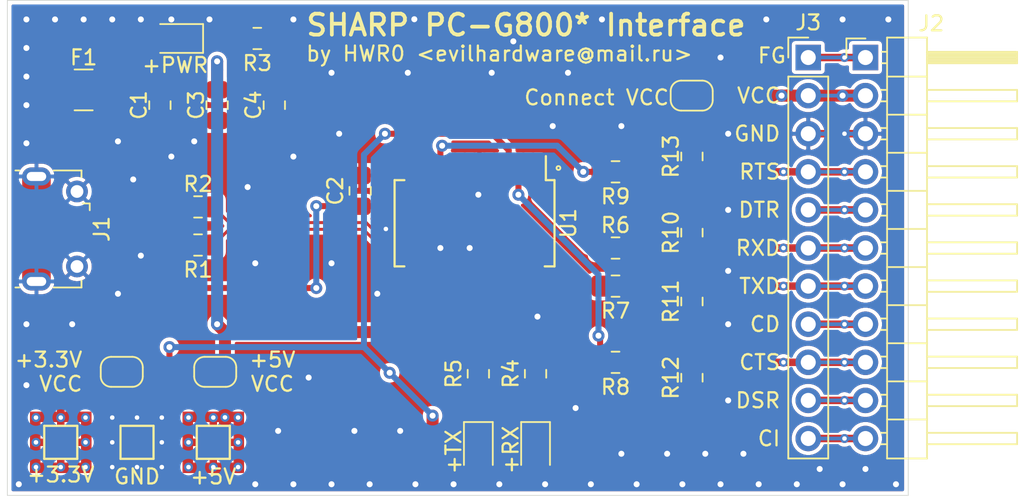
<source format=kicad_pcb>
(kicad_pcb (version 20171130) (host pcbnew "(5.1.6)-1")
  (layers (0 F.Cu signal) (31 B.Cu signal) (34 B.Paste user) (35 F.Paste user) (36 B.SilkS user) (37 F.SilkS user) (38 B.Mask user) (39 F.Mask user) (44 Edge.Cuts user))
  (net 0 "")
  (net 1 GND)
  (net 2 +5V)
  (net 3 +3V3)
  (net 4 VCCIO)
  (net 5 "Net-(F1-Pad2)")
  (net 6 D-)
  (net 7 "Net-(J1-Pad4)")
  (net 8 D+)
  (net 9 CICalc)
  (net 10 DSRCalc)
  (net 11 CTSCalc)
  (net 12 CDCalc)
  (net 13 TXDCalc)
  (net 14 RXDCalc)
  (net 15 DTRCalc)
  (net 16 RTSCalc)
  (net 17 VCCCALC)
  (net 18 FG)
  (net 19 USBD+)
  (net 20 USBD-)
  (net 21 RXLED)
  (net 22 TXLED)
  (net 23 "Net-(R6-Pad2)")
  (net 24 "Net-(R7-Pad2)")
  (net 25 "Net-(R8-Pad2)")
  (net 26 "Net-(R9-Pad2)")
  (net 27 "Net-(U1-Pad28)")
  (net 28 "Net-(U1-Pad27)")
  (net 29 "Net-(U1-Pad14)")
  (net 30 "Net-(U1-Pad13)")
  (net 31 "Net-(U1-Pad12)")
  (net 32 "Net-(U1-Pad10)")
  (net 33 "Net-(U1-Pad9)")
  (net 34 "Net-(U1-Pad6)")
  (net 35 "Net-(U1-Pad2)")
  (net 36 "Net-(D1-Pad1)")
  (net 37 "Net-(D2-Pad1)")
  (net 38 "Net-(D3-Pad1)")
  (module Connector:SolidPad_4x4mm_2x2mmCore (layer F.Cu) (at 114.046 91.694)
    (fp_text reference J6 hide)
    (fp_text value SolidPad-Connector)
    (pad ~ smd custom (at 0 0) (size 2 2) (layers F.Cu) (net 1 GND) (options (clearance outline) (anchor rect)) (primitives (gr_poly (pts (xy -2 0.2) (xy -2 -0.2) (xy 0 -0.2) (xy 0 0.2)) (width 0.1)) (gr_poly (pts (xy -2 2) (xy -2 1.4) (xy 2 1.4) (xy 2 2)) (width 0.1)) (gr_poly (pts (xy -0.2 0) (xy -0.2 -2) (xy 0.2 -2) (xy 0.2 0)) (width 0.1)) (gr_poly (pts (xy 0 0.2) (xy 0 -0.2) (xy 2 -0.2) (xy 2 0.2)) (width 0.1)) (gr_poly (pts (xy -2 -2) (xy -2 -1.4) (xy 2 -1.4) (xy 2 -2)) (width 0.1)) (gr_poly (pts (xy -2 -2) (xy -1.4 -2) (xy -1.4 2) (xy -2 2)) (width 0.1)) (gr_poly (pts (xy 2 -2) (xy 1.4 -2) (xy 1.4 2) (xy 2 2)) (width 0.1)) (gr_poly (pts (xy -0.2 2) (xy -0.2 0) (xy 0.2 0) (xy 0.2 2)) (width 0.1))))
  )
  (module Connector:SolidPad_4x4mm_2x2mmCore (layer F.Cu) (at 119.126 91.694)
    (fp_text reference J5 hide)
    (fp_text value SolidPad-Connector)
    (pad ~ smd custom (at 0 0) (size 2 2) (layers F.Cu) (net 2 +5V) (options (clearance outline) (anchor rect)) (primitives (gr_poly (pts (xy -2 0.2) (xy -2 -0.2) (xy 0 -0.2) (xy 0 0.2)) (width 0.1)) (gr_poly (pts (xy -2 2) (xy -2 1.4) (xy 2 1.4) (xy 2 2)) (width 0.1)) (gr_poly (pts (xy -0.2 0) (xy -0.2 -2) (xy 0.2 -2) (xy 0.2 0)) (width 0.1)) (gr_poly (pts (xy 0 0.2) (xy 0 -0.2) (xy 2 -0.2) (xy 2 0.2)) (width 0.1)) (gr_poly (pts (xy -2 -2) (xy -2 -1.4) (xy 2 -1.4) (xy 2 -2)) (width 0.1)) (gr_poly (pts (xy -2 -2) (xy -1.4 -2) (xy -1.4 2) (xy -2 2)) (width 0.1)) (gr_poly (pts (xy 2 -2) (xy 1.4 -2) (xy 1.4 2) (xy 2 2)) (width 0.1)) (gr_poly (pts (xy -0.2 2) (xy -0.2 0) (xy 0.2 0) (xy 0.2 2)) (width 0.1))))
  )
  (module Connector:SolidPad_4x4mm_2x2mmCore (layer F.Cu) (at 108.966 91.694)
    (fp_text reference J4 hide)
    (fp_text value SolidPad-Connector)
    (pad ~ smd custom (at 0 0) (size 2 2) (layers F.Cu) (net 3 +3V3) (options (clearance outline) (anchor rect)) (primitives (gr_poly (pts (xy -2 0.2) (xy -2 -0.2) (xy 0 -0.2) (xy 0 0.2)) (width 0.1)) (gr_poly (pts (xy -2 2) (xy -2 1.4) (xy 2 1.4) (xy 2 2)) (width 0.1)) (gr_poly (pts (xy -0.2 0) (xy -0.2 -2) (xy 0.2 -2) (xy 0.2 0)) (width 0.1)) (gr_poly (pts (xy 0 0.2) (xy 0 -0.2) (xy 2 -0.2) (xy 2 0.2)) (width 0.1)) (gr_poly (pts (xy -2 -2) (xy -2 -1.4) (xy 2 -1.4) (xy 2 -2)) (width 0.1)) (gr_poly (pts (xy -2 -2) (xy -1.4 -2) (xy -1.4 2) (xy -2 2)) (width 0.1)) (gr_poly (pts (xy 2 -2) (xy 1.4 -2) (xy 1.4 2) (xy 2 2)) (width 0.1)) (gr_poly (pts (xy -0.2 2) (xy -0.2 0) (xy 0.2 0) (xy 0.2 2)) (width 0.1))))
  )
  (module Package_SO:SSOP-28_5.3x10.2mm_P0.65mm (layer F.Cu) (at 136.525 77.089 270)
    (fp_text reference U1 (at 0 -6.25 90) (layer F.SilkS))
    (fp_text value FT232RL)
    (pad 28 smd rect (at 3.6 -4.225 270) (size 1.75 0.45) (layers F.Cu F.Paste F.Mask) (net 27 "Net-(U1-Pad28)"))
    (pad 27 smd rect (at 3.6 -3.575 270) (size 1.75 0.45) (layers F.Cu F.Paste F.Mask) (net 28 "Net-(U1-Pad27)"))
    (pad 26 smd rect (at 3.6 -2.925 270) (size 1.75 0.45) (layers F.Cu F.Paste F.Mask) (net 1 GND))
    (pad 25 smd rect (at 3.6 -2.275 270) (size 1.75 0.45) (layers F.Cu F.Paste F.Mask) (net 1 GND))
    (pad 24 smd rect (at 3.6 -1.625 270) (size 1.75 0.45) (layers F.Cu F.Paste F.Mask))
    (pad 23 smd rect (at 3.6 -0.975 270) (size 1.75 0.45) (layers F.Cu F.Paste F.Mask) (net 21 RXLED))
    (pad 22 smd rect (at 3.6 -0.325 270) (size 1.75 0.45) (layers F.Cu F.Paste F.Mask) (net 22 TXLED))
    (pad 21 smd rect (at 3.6 0.325 270) (size 1.75 0.45) (layers F.Cu F.Paste F.Mask) (net 1 GND))
    (pad 20 smd rect (at 3.6 0.975 270) (size 1.75 0.45) (layers F.Cu F.Paste F.Mask) (net 2 +5V))
    (pad 19 smd rect (at 3.6 1.625 270) (size 1.75 0.45) (layers F.Cu F.Paste F.Mask) (net 2 +5V))
    (pad 18 smd rect (at 3.6 2.275 270) (size 1.75 0.45) (layers F.Cu F.Paste F.Mask) (net 1 GND))
    (pad 17 smd rect (at 3.6 2.925 270) (size 1.75 0.45) (layers F.Cu F.Paste F.Mask) (net 3 +3V3))
    (pad 16 smd rect (at 3.6 3.575 270) (size 1.75 0.45) (layers F.Cu F.Paste F.Mask) (net 20 USBD-))
    (pad 15 smd rect (at 3.6 4.225 270) (size 1.75 0.45) (layers F.Cu F.Paste F.Mask) (net 19 USBD+))
    (pad 14 smd rect (at -3.6 4.225 270) (size 1.75 0.45) (layers F.Cu F.Paste F.Mask) (net 29 "Net-(U1-Pad14)"))
    (pad 13 smd rect (at -3.6 3.575 270) (size 1.75 0.45) (layers F.Cu F.Paste F.Mask) (net 30 "Net-(U1-Pad13)"))
    (pad 12 smd rect (at -3.6 2.925 270) (size 1.75 0.45) (layers F.Cu F.Paste F.Mask) (net 31 "Net-(U1-Pad12)"))
    (pad 11 smd rect (at -3.6 2.275 270) (size 1.75 0.45) (layers F.Cu F.Paste F.Mask) (net 26 "Net-(R9-Pad2)"))
    (pad 10 smd rect (at -3.6 1.625 270) (size 1.75 0.45) (layers F.Cu F.Paste F.Mask) (net 32 "Net-(U1-Pad10)"))
    (pad 9 smd rect (at -3.6 0.975 270) (size 1.75 0.45) (layers F.Cu F.Paste F.Mask) (net 33 "Net-(U1-Pad9)"))
    (pad 8 smd rect (at -3.6 0.325 270) (size 1.75 0.45) (layers F.Cu F.Paste F.Mask))
    (pad 7 smd rect (at -3.6 -0.325 270) (size 1.75 0.45) (layers F.Cu F.Paste F.Mask) (net 1 GND))
    (pad 6 smd rect (at -3.6 -0.975 270) (size 1.75 0.45) (layers F.Cu F.Paste F.Mask) (net 34 "Net-(U1-Pad6)"))
    (pad 5 smd rect (at -3.6 -1.625 270) (size 1.75 0.45) (layers F.Cu F.Paste F.Mask) (net 24 "Net-(R7-Pad2)"))
    (pad 4 smd rect (at -3.6 -2.275 270) (size 1.75 0.45) (layers F.Cu F.Paste F.Mask) (net 4 VCCIO))
    (pad 3 smd rect (at -3.6 -2.925 270) (size 1.75 0.45) (layers F.Cu F.Paste F.Mask) (net 25 "Net-(R8-Pad2)"))
    (pad 2 smd rect (at -3.6 -3.575 270) (size 1.75 0.45) (layers F.Cu F.Paste F.Mask) (net 35 "Net-(U1-Pad2)"))
    (pad 1 smd rect (at -3.6 -4.225 270) (size 1.75 0.45) (layers F.Cu F.Paste F.Mask) (net 23 "Net-(R6-Pad2)"))
  )
  (module Resistor_SMD:R_0805_2012Metric_Pad1.15x1.40mm_HandSolder (layer F.Cu) (at 151.003 72.635 90)
    (fp_text reference R13 (at 0 -1.397 90) (layer F.SilkS))
    (fp_text value 10K)
    (pad 2 smd roundrect (at 1.025 0 90) (size 1.15 1.4) (layers F.Cu F.Paste F.Mask) (roundrect_rratio 0.217391) (net 1 GND))
    (pad 1 smd roundrect (at -1.025 0 90) (size 1.15 1.4) (layers F.Cu F.Paste F.Mask) (roundrect_rratio 0.217391) (net 16 RTSCalc))
  )
  (module Resistor_SMD:R_0805_2012Metric_Pad1.15x1.40mm_HandSolder (layer F.Cu) (at 151.003 87.385 270)
    (fp_text reference R12 (at 0 1.397 90) (layer F.SilkS))
    (fp_text value 10K)
    (pad 2 smd roundrect (at 1.025 0 270) (size 1.15 1.4) (layers F.Cu F.Paste F.Mask) (roundrect_rratio 0.217391) (net 1 GND))
    (pad 1 smd roundrect (at -1.025 0 270) (size 1.15 1.4) (layers F.Cu F.Paste F.Mask) (roundrect_rratio 0.217391) (net 11 CTSCalc))
  )
  (module Resistor_SMD:R_0805_2012Metric_Pad1.15x1.40mm_HandSolder (layer F.Cu) (at 151.003 82.305 270)
    (fp_text reference R11 (at 0 1.397 90) (layer F.SilkS))
    (fp_text value 10K)
    (pad 2 smd roundrect (at 1.025 0 270) (size 1.15 1.4) (layers F.Cu F.Paste F.Mask) (roundrect_rratio 0.217391) (net 1 GND))
    (pad 1 smd roundrect (at -1.025 0 270) (size 1.15 1.4) (layers F.Cu F.Paste F.Mask) (roundrect_rratio 0.217391) (net 13 TXDCalc))
  )
  (module Resistor_SMD:R_0805_2012Metric_Pad1.15x1.40mm_HandSolder (layer F.Cu) (at 151.003 77.715 90)
    (fp_text reference R10 (at 0 -1.397 90) (layer F.SilkS))
    (fp_text value 10K)
    (pad 2 smd roundrect (at 1.025 0 90) (size 1.15 1.4) (layers F.Cu F.Paste F.Mask) (roundrect_rratio 0.217391) (net 1 GND))
    (pad 1 smd roundrect (at -1.025 0 90) (size 1.15 1.4) (layers F.Cu F.Paste F.Mask) (roundrect_rratio 0.217391) (net 14 RXDCalc))
  )
  (module Resistor_SMD:R_0805_2012Metric_Pad1.15x1.40mm_HandSolder (layer F.Cu) (at 145.914 73.66 180)
    (fp_text reference R9 (at 0 -1.65) (layer F.SilkS))
    (fp_text value 100R)
    (pad 2 smd roundrect (at 1.025 0 180) (size 1.15 1.4) (layers F.Cu F.Paste F.Mask) (roundrect_rratio 0.217391) (net 26 "Net-(R9-Pad2)"))
    (pad 1 smd roundrect (at -1.025 0 180) (size 1.15 1.4) (layers F.Cu F.Paste F.Mask) (roundrect_rratio 0.217391) (net 16 RTSCalc))
  )
  (module Resistor_SMD:R_0805_2012Metric_Pad1.15x1.40mm_HandSolder (layer F.Cu) (at 145.914 86.36 180)
    (fp_text reference R8 (at 0 -1.65) (layer F.SilkS))
    (fp_text value 100R)
    (pad 2 smd roundrect (at 1.025 0 180) (size 1.15 1.4) (layers F.Cu F.Paste F.Mask) (roundrect_rratio 0.217391) (net 25 "Net-(R8-Pad2)"))
    (pad 1 smd roundrect (at -1.025 0 180) (size 1.15 1.4) (layers F.Cu F.Paste F.Mask) (roundrect_rratio 0.217391) (net 11 CTSCalc))
  )
  (module Resistor_SMD:R_0805_2012Metric_Pad1.15x1.40mm_HandSolder (layer F.Cu) (at 145.914 81.28 180)
    (fp_text reference R7 (at 0 -1.65) (layer F.SilkS))
    (fp_text value 100R)
    (pad 2 smd roundrect (at 1.025 0 180) (size 1.15 1.4) (layers F.Cu F.Paste F.Mask) (roundrect_rratio 0.217391) (net 24 "Net-(R7-Pad2)"))
    (pad 1 smd roundrect (at -1.025 0 180) (size 1.15 1.4) (layers F.Cu F.Paste F.Mask) (roundrect_rratio 0.217391) (net 13 TXDCalc))
  )
  (module Resistor_SMD:R_0805_2012Metric_Pad1.15x1.40mm_HandSolder (layer F.Cu) (at 145.914 78.74 180)
    (fp_text reference R6 (at 0 1.524) (layer F.SilkS))
    (fp_text value 100R)
    (pad 2 smd roundrect (at 1.025 0 180) (size 1.15 1.4) (layers F.Cu F.Paste F.Mask) (roundrect_rratio 0.217391) (net 23 "Net-(R6-Pad2)"))
    (pad 1 smd roundrect (at -1.025 0 180) (size 1.15 1.4) (layers F.Cu F.Paste F.Mask) (roundrect_rratio 0.217391) (net 14 RXDCalc))
  )
  (module Resistor_SMD:R_0805_2012Metric_Pad1.15x1.40mm_HandSolder (layer F.Cu) (at 136.779 87.122 90)
    (fp_text reference R5 (at 0 -1.65 90) (layer F.SilkS))
    (fp_text value 500R)
    (pad 2 smd roundrect (at 1.025 0 90) (size 1.15 1.4) (layers F.Cu F.Paste F.Mask) (roundrect_rratio 0.217391) (net 22 TXLED))
    (pad 1 smd roundrect (at -1.025 0 90) (size 1.15 1.4) (layers F.Cu F.Paste F.Mask) (roundrect_rratio 0.217391) (net 38 "Net-(D3-Pad1)"))
  )
  (module Resistor_SMD:R_0805_2012Metric_Pad1.15x1.40mm_HandSolder (layer F.Cu) (at 140.589 87.122 90)
    (fp_text reference R4 (at 0 -1.65 90) (layer F.SilkS))
    (fp_text value 500R)
    (pad 2 smd roundrect (at 1.025 0 90) (size 1.15 1.4) (layers F.Cu F.Paste F.Mask) (roundrect_rratio 0.217391) (net 21 RXLED))
    (pad 1 smd roundrect (at -1.025 0 90) (size 1.15 1.4) (layers F.Cu F.Paste F.Mask) (roundrect_rratio 0.217391) (net 37 "Net-(D2-Pad1)"))
  )
  (module Resistor_SMD:R_0805_2012Metric_Pad1.15x1.40mm_HandSolder (layer F.Cu) (at 122.056 64.77)
    (fp_text reference R3 (at 0 1.651) (layer F.SilkS))
    (fp_text value 500R)
    (pad 2 smd roundrect (at 1.025 0) (size 1.15 1.4) (layers F.Cu F.Paste F.Mask) (roundrect_rratio 0.217391) (net 1 GND))
    (pad 1 smd roundrect (at -1.025 0) (size 1.15 1.4) (layers F.Cu F.Paste F.Mask) (roundrect_rratio 0.217391) (net 36 "Net-(D1-Pad1)"))
  )
  (module Resistor_SMD:R_0805_2012Metric_Pad1.15x1.40mm_HandSolder (layer F.Cu) (at 118.11 75.99934 180)
    (fp_text reference R2 (at 0 1.524) (layer F.SilkS))
    (fp_text value 15R)
    (pad 2 smd roundrect (at 1.025 0 180) (size 1.15 1.4) (layers F.Cu F.Paste F.Mask) (roundrect_rratio 0.217391) (net 6 D-))
    (pad 1 smd roundrect (at -1.025 0 180) (size 1.15 1.4) (layers F.Cu F.Paste F.Mask) (roundrect_rratio 0.217391) (net 20 USBD-))
  )
  (module Resistor_SMD:R_0805_2012Metric_Pad1.15x1.40mm_HandSolder (layer F.Cu) (at 118.11 78.53934 180)
    (fp_text reference R1 (at 0 -1.65) (layer F.SilkS))
    (fp_text value 15R)
    (pad 2 smd roundrect (at 1.025 0 180) (size 1.15 1.4) (layers F.Cu F.Paste F.Mask) (roundrect_rratio 0.217391) (net 8 D+))
    (pad 1 smd roundrect (at -1.025 0 180) (size 1.15 1.4) (layers F.Cu F.Paste F.Mask) (roundrect_rratio 0.217391) (net 19 USBD+))
  )
  (module Jumper:SolderJumper-2_P1.3mm_Open_RoundedPad1.0x1.5mm (layer F.Cu) (at 150.988 68.58)
    (fp_text reference JP3 hide)
    (fp_text value SJPWRCalc)
    (pad 2 smd custom (at 0.65 0) (size 1 0.5) (layers F.Cu F.Mask) (net 17 VCCCALC) (options (clearance outline) (anchor rect)) (primitives (gr_circle (center 0 0.25) (end 0.5 0.25) (width 0)) (gr_circle (center 0 -0.25) (end 0.5 -0.25) (width 0)) (gr_poly (pts (xy 0 -0.75) (xy -0.5 -0.75) (xy -0.5 0.75) (xy 0 0.75)) (width 0))))
    (pad 1 smd custom (at -0.65 0) (size 1 0.5) (layers F.Cu F.Mask) (net 2 +5V) (options (clearance outline) (anchor rect)) (primitives (gr_circle (center 0 0.25) (end 0.5 0.25) (width 0)) (gr_circle (center 0 -0.25) (end 0.5 -0.25) (width 0)) (gr_poly (pts (xy 0 -0.75) (xy 0.5 -0.75) (xy 0.5 0.75) (xy 0 0.75)) (width 0))))
  )
  (module Jumper:SolderJumper-2_P1.3mm_Open_RoundedPad1.0x1.5mm (layer F.Cu) (at 119.253 86.995)
    (fp_text reference JP2 hide)
    (fp_text value SJ5V)
    (pad 2 smd custom (at 0.65 0) (size 1 0.5) (layers F.Cu F.Mask) (net 2 +5V) (options (clearance outline) (anchor rect)) (primitives (gr_circle (center 0 0.25) (end 0.5 0.25) (width 0)) (gr_circle (center 0 -0.25) (end 0.5 -0.25) (width 0)) (gr_poly (pts (xy 0 -0.75) (xy -0.5 -0.75) (xy -0.5 0.75) (xy 0 0.75)) (width 0))))
    (pad 1 smd custom (at -0.65 0) (size 1 0.5) (layers F.Cu F.Mask) (net 4 VCCIO) (options (clearance outline) (anchor rect)) (primitives (gr_circle (center 0 0.25) (end 0.5 0.25) (width 0)) (gr_circle (center 0 -0.25) (end 0.5 -0.25) (width 0)) (gr_poly (pts (xy 0 -0.75) (xy 0.5 -0.75) (xy 0.5 0.75) (xy 0 0.75)) (width 0))))
  )
  (module Jumper:SolderJumper-2_P1.3mm_Open_RoundedPad1.0x1.5mm (layer F.Cu) (at 113.03 86.995)
    (fp_text reference JP1 hide)
    (fp_text value SJ3V)
    (pad 2 smd custom (at 0.65 0) (size 1 0.5) (layers F.Cu F.Mask) (net 4 VCCIO) (options (clearance outline) (anchor rect)) (primitives (gr_circle (center 0 0.25) (end 0.5 0.25) (width 0)) (gr_circle (center 0 -0.25) (end 0.5 -0.25) (width 0)) (gr_poly (pts (xy 0 -0.75) (xy -0.5 -0.75) (xy -0.5 0.75) (xy 0 0.75)) (width 0))))
    (pad 1 smd custom (at -0.65 0) (size 1 0.5) (layers F.Cu F.Mask) (net 3 +3V3) (options (clearance outline) (anchor rect)) (primitives (gr_circle (center 0 0.25) (end 0.5 0.25) (width 0)) (gr_circle (center 0 -0.25) (end 0.5 -0.25) (width 0)) (gr_poly (pts (xy 0 -0.75) (xy 0.5 -0.75) (xy 0.5 0.75) (xy 0 0.75)) (width 0))))
  )
  (module Connector_PinHeader_2.54mm:PinHeader_1x11_P2.54mm_Vertical (layer F.Cu) (at 158.75 66.04)
    (fp_text reference J3 (at 0 -2.33) (layer F.SilkS))
    (fp_text value Dup_Interface)
    (pad 11 thru_hole oval (at 0 25.4) (size 1.7 1.7) (drill 1) (layers *.Cu *.Mask) (net 9 CICalc))
    (pad 10 thru_hole oval (at 0 22.86) (size 1.7 1.7) (drill 1) (layers *.Cu *.Mask) (net 10 DSRCalc))
    (pad 9 thru_hole oval (at 0 20.32) (size 1.7 1.7) (drill 1) (layers *.Cu *.Mask) (net 11 CTSCalc))
    (pad 8 thru_hole oval (at 0 17.78) (size 1.7 1.7) (drill 1) (layers *.Cu *.Mask) (net 12 CDCalc))
    (pad 7 thru_hole oval (at 0 15.24) (size 1.7 1.7) (drill 1) (layers *.Cu *.Mask) (net 13 TXDCalc))
    (pad 6 thru_hole oval (at 0 12.7) (size 1.7 1.7) (drill 1) (layers *.Cu *.Mask) (net 14 RXDCalc))
    (pad 5 thru_hole oval (at 0 10.16) (size 1.7 1.7) (drill 1) (layers *.Cu *.Mask) (net 15 DTRCalc))
    (pad 4 thru_hole oval (at 0 7.62) (size 1.7 1.7) (drill 1) (layers *.Cu *.Mask) (net 16 RTSCalc))
    (pad 3 thru_hole oval (at 0 5.08) (size 1.7 1.7) (drill 1) (layers *.Cu *.Mask) (net 1 GND))
    (pad 2 thru_hole oval (at 0 2.54) (size 1.7 1.7) (drill 1) (layers *.Cu *.Mask) (net 17 VCCCALC))
    (pad 1 thru_hole rect (at 0 0) (size 1.7 1.7) (drill 1) (layers *.Cu *.Mask) (net 18 FG))
  )
  (module Connector_PinHeader_2.54mm:PinHeader_1x11_P2.54mm_Horizontal (layer F.Cu) (at 162.56 66.04)
    (fp_text reference J2 (at 4.385 -2.27) (layer F.SilkS))
    (fp_text value G850_Interface)
    (pad 11 thru_hole oval (at 0 25.4) (size 1.7 1.7) (drill 1) (layers *.Cu *.Mask) (net 9 CICalc))
    (pad 10 thru_hole oval (at 0 22.86) (size 1.7 1.7) (drill 1) (layers *.Cu *.Mask) (net 10 DSRCalc))
    (pad 9 thru_hole oval (at 0 20.32) (size 1.7 1.7) (drill 1) (layers *.Cu *.Mask) (net 11 CTSCalc))
    (pad 8 thru_hole oval (at 0 17.78) (size 1.7 1.7) (drill 1) (layers *.Cu *.Mask) (net 12 CDCalc))
    (pad 7 thru_hole oval (at 0 15.24) (size 1.7 1.7) (drill 1) (layers *.Cu *.Mask) (net 13 TXDCalc))
    (pad 6 thru_hole oval (at 0 12.7) (size 1.7 1.7) (drill 1) (layers *.Cu *.Mask) (net 14 RXDCalc))
    (pad 5 thru_hole oval (at 0 10.16) (size 1.7 1.7) (drill 1) (layers *.Cu *.Mask) (net 15 DTRCalc))
    (pad 4 thru_hole oval (at 0 7.62) (size 1.7 1.7) (drill 1) (layers *.Cu *.Mask) (net 16 RTSCalc))
    (pad 3 thru_hole oval (at 0 5.08) (size 1.7 1.7) (drill 1) (layers *.Cu *.Mask) (net 1 GND))
    (pad 2 thru_hole oval (at 0 2.54) (size 1.7 1.7) (drill 1) (layers *.Cu *.Mask) (net 17 VCCCALC))
    (pad 1 thru_hole rect (at 0 0) (size 1.7 1.7) (drill 1) (layers *.Cu *.Mask) (net 18 FG))
  )
  (module hwreverse:USB_Micro-B_Molex-105017-0001 (layer F.Cu) (at 108.585 77.47 270)
    (fp_text reference J1 (at 0 -3.1125 90) (layer F.SilkS))
    (fp_text value USB_B_Micro_)
    (pad 6 smd rect (at 1 1.2375 270) (size 1.5 1.9) (layers F.Cu F.Paste F.Mask) (net 1 GND))
    (pad 6 thru_hole circle (at -2.5 -1.4625 270) (size 1.45 1.45) (drill 0.85) (layers *.Cu *.Mask) (net 1 GND))
    (pad 2 smd rect (at -0.65 -1.4625 270) (size 0.4 1.35) (layers F.Cu F.Paste F.Mask) (net 6 D-))
    (pad 1 smd rect (at -1.3 -1.4625 270) (size 0.4 1.35) (layers F.Cu F.Paste F.Mask) (net 5 "Net-(F1-Pad2)"))
    (pad 5 smd rect (at 1.3 -1.4625 270) (size 0.4 1.35) (layers F.Cu F.Paste F.Mask) (net 1 GND))
    (pad 4 smd rect (at 0.65 -1.4625 270) (size 0.4 1.35) (layers F.Cu F.Paste F.Mask) (net 7 "Net-(J1-Pad4)"))
    (pad 3 smd rect (at 0 -1.4625 270) (size 0.4 1.35) (layers F.Cu F.Paste F.Mask) (net 8 D+))
    (pad 6 thru_hole circle (at 2.5 -1.4625 270) (size 1.45 1.45) (drill 0.85) (layers *.Cu *.Mask) (net 1 GND))
    (pad 6 smd rect (at -1 1.2375 270) (size 1.5 1.9) (layers F.Cu F.Paste F.Mask) (net 1 GND))
    (pad 6 thru_hole oval (at -3.5 1.2375 90) (size 1.2 1.9) (drill oval 0.6 1.3) (layers *.Cu *.Mask) (net 1 GND))
    (pad 6 thru_hole oval (at 3.5 1.2375 270) (size 1.2 1.9) (drill oval 0.6 1.3) (layers *.Cu *.Mask) (net 1 GND))
    (pad 6 smd rect (at 2.9 1.2375 270) (size 1.2 1.9) (layers F.Cu F.Mask) (net 1 GND))
    (pad 6 smd rect (at -2.9 1.2375 270) (size 1.2 1.9) (layers F.Cu F.Mask) (net 1 GND))
  )
  (module Resistor_SMD:R_1210_3225Metric_Pad1.42x2.65mm_HandSolder (layer F.Cu) (at 110.49 68.199 180)
    (fp_text reference F1 (at 0 2.159) (layer F.SilkS))
    (fp_text value "Polyfuse 1210")
    (pad 2 smd roundrect (at 1.4875 0 180) (size 1.425 2.65) (layers F.Cu F.Paste F.Mask) (roundrect_rratio 0.175439) (net 5 "Net-(F1-Pad2)"))
    (pad 1 smd roundrect (at -1.4875 0 180) (size 1.425 2.65) (layers F.Cu F.Paste F.Mask) (roundrect_rratio 0.175439) (net 2 +5V))
  )
  (module LED_SMD:LED_0805_2012Metric_Pad1.15x1.40mm_HandSolder (layer F.Cu) (at 136.779 92.202 270)
    (fp_text reference D3 hide)
    (fp_text value TX)
    (pad 2 smd roundrect (at 1.025 0 270) (size 1.15 1.4) (layers F.Cu F.Paste F.Mask) (roundrect_rratio 0.217391) (net 4 VCCIO))
    (pad 1 smd roundrect (at -1.025 0 270) (size 1.15 1.4) (layers F.Cu F.Paste F.Mask) (roundrect_rratio 0.217391) (net 38 "Net-(D3-Pad1)"))
  )
  (module LED_SMD:LED_0805_2012Metric_Pad1.15x1.40mm_HandSolder (layer F.Cu) (at 140.589 92.202 270)
    (fp_text reference D2 hide)
    (fp_text value RX)
    (pad 2 smd roundrect (at 1.025 0 270) (size 1.15 1.4) (layers F.Cu F.Paste F.Mask) (roundrect_rratio 0.217391) (net 4 VCCIO))
    (pad 1 smd roundrect (at -1.025 0 270) (size 1.15 1.4) (layers F.Cu F.Paste F.Mask) (roundrect_rratio 0.217391) (net 37 "Net-(D2-Pad1)"))
  )
  (module LED_SMD:LED_0805_2012Metric_Pad1.15x1.40mm_HandSolder (layer F.Cu) (at 116.586 64.77 180)
    (fp_text reference D1 hide)
    (fp_text value PWRLED)
    (pad 2 smd roundrect (at 1.025 0 180) (size 1.15 1.4) (layers F.Cu F.Paste F.Mask) (roundrect_rratio 0.217391) (net 2 +5V))
    (pad 1 smd roundrect (at -1.025 0 180) (size 1.15 1.4) (layers F.Cu F.Paste F.Mask) (roundrect_rratio 0.217391) (net 36 "Net-(D1-Pad1)"))
  )
  (module Capacitor_SMD:C_0805_2012Metric_Pad1.15x1.40mm_HandSolder (layer F.Cu) (at 123.19 69.215 270)
    (fp_text reference C4 (at 0 1.397 90) (layer F.SilkS))
    (fp_text value 10nF)
    (pad 2 smd roundrect (at 1.025 0 270) (size 1.15 1.4) (layers F.Cu F.Paste F.Mask) (roundrect_rratio 0.217391) (net 1 GND))
    (pad 1 smd roundrect (at -1.025 0 270) (size 1.15 1.4) (layers F.Cu F.Paste F.Mask) (roundrect_rratio 0.217391) (net 2 +5V))
  )
  (module Capacitor_SMD:C_0805_2012Metric_Pad1.15x1.40mm_HandSolder (layer F.Cu) (at 119.38 69.215 270)
    (fp_text reference C3 (at 0 1.397 90) (layer F.SilkS))
    (fp_text value 10nF)
    (pad 2 smd roundrect (at 1.025 0 270) (size 1.15 1.4) (layers F.Cu F.Paste F.Mask) (roundrect_rratio 0.217391) (net 1 GND))
    (pad 1 smd roundrect (at -1.025 0 270) (size 1.15 1.4) (layers F.Cu F.Paste F.Mask) (roundrect_rratio 0.217391) (net 2 +5V))
  )
  (module Capacitor_SMD:C_0805_2012Metric_Pad1.15x1.40mm_HandSolder (layer F.Cu) (at 128.905 74.93 90)
    (fp_text reference C2 (at 0 -1.65 90) (layer F.SilkS))
    (fp_text value 0.1uF)
    (pad 2 smd roundrect (at 1.025 0 90) (size 1.15 1.4) (layers F.Cu F.Paste F.Mask) (roundrect_rratio 0.217391) (net 1 GND))
    (pad 1 smd roundrect (at -1.025 0 90) (size 1.15 1.4) (layers F.Cu F.Paste F.Mask) (roundrect_rratio 0.217391) (net 3 +3V3))
  )
  (module Capacitor_SMD:C_0805_2012Metric_Pad1.15x1.40mm_HandSolder (layer F.Cu) (at 115.57 69.215 270)
    (fp_text reference C1 (at 0 1.397 90) (layer F.SilkS))
    (fp_text value 0.1uF)
    (pad 2 smd roundrect (at 1.025 0 270) (size 1.15 1.4) (layers F.Cu F.Paste F.Mask) (roundrect_rratio 0.217391) (net 1 GND))
    (pad 1 smd roundrect (at -1.025 0 270) (size 1.15 1.4) (layers F.Cu F.Paste F.Mask) (roundrect_rratio 0.217391) (net 2 +5V))
  )
  (gr_circle (center 142.113 73.406) (end 142.24 73.406) (layer F.SilkS) (width 0.12))
  (gr_text "by HWR0 <evilhardware@mail.ru>" (at 138.176 65.786) (layer F.SilkS) (effects (font (size 1 1))))
  (gr_text "SHARP PC-G800* Interface" (at 139.954 63.881) (layer F.SilkS) (effects (font (size 1.4 1.4) (thickness 0.25))))
  (gr_text CI (at 156.972 91.44) (layer F.SilkS) (effects (font (size 1 1)) (justify right)))
  (gr_text DSR (at 156.972 88.9) (layer F.SilkS) (effects (font (size 1 1)) (justify right)))
  (gr_text CTS (at 156.972 86.36) (layer F.SilkS) (effects (font (size 1 1)) (justify right)))
  (gr_text CD (at 156.972 83.82) (layer F.SilkS) (effects (font (size 1 1)) (justify right)))
  (gr_text TXD (at 156.972 81.28) (layer F.SilkS) (effects (font (size 1 1)) (justify right)))
  (gr_text RXD (at 156.972 78.74) (layer F.SilkS) (effects (font (size 1 1)) (justify right)))
  (gr_text DTR (at 156.972 76.2) (layer F.SilkS) (effects (font (size 1 1)) (justify right)))
  (gr_text FG (at 157.353 65.913) (layer F.SilkS) (effects (font (size 1 1)) (justify right)))
  (gr_text RTS (at 156.972 73.66) (layer F.SilkS) (effects (font (size 1 1)) (justify right)))
  (gr_text GND (at 156.972 71.12) (layer F.SilkS) (effects (font (size 1 1)) (justify right)))
  (gr_text VCC (at 156.972 68.58) (layer F.SilkS) (effects (font (size 1 1)) (justify right)))
  (gr_text +PWR (at 116.586 66.548) (layer F.SilkS) (effects (font (size 1 1))))
  (gr_text +RX (at 138.938 92.202 90) (layer F.SilkS) (effects (font (size 1 1))))
  (gr_text +TX (at 135.128 92.329 90) (layer F.SilkS) (effects (font (size 1 1))))
  (gr_text +5V (at 119.126 93.98) (layer F.SilkS) (effects (font (size 1 1))))
  (gr_text GND (at 114.046 93.98) (layer F.SilkS) (effects (font (size 1 1))))
  (gr_text +3.3V (at 108.966 93.853) (layer F.SilkS) (effects (font (size 1 1))))
  (gr_text "Connect VCC" (at 144.653 68.707) (layer F.SilkS) (effects (font (size 1 1))))
  (gr_text "+5V\nVCC" (at 123.063 86.995) (layer F.SilkS) (effects (font (size 1 1))))
  (gr_text "+3.3V\n VCC" (at 110.49 86.995) (layer F.SilkS) (effects (font (size 1 1)) (justify right)))
  (gr_line (start 165.41 95.23) (end 165.41 62.23) (layer Edge.Cuts) (width 0.05))
  (gr_line (start 105.41 95.23) (end 165.41 95.23) (layer Edge.Cuts) (width 0.05))
  (gr_line (start 105.41 62.23) (end 105.41 95.23) (layer Edge.Cuts) (width 0.05))
  (gr_line (start 105.41 62.23) (end 165.41 62.23) (layer Edge.Cuts) (width 0.05))
  (via (at 112.395 93.345) (size 0.6) (drill 0.3) (layers F.Cu B.Cu) (net 1))
  (via (at 114.046 93.345) (size 0.6) (drill 0.3) (layers F.Cu B.Cu) (net 1))
  (via (at 115.697 93.345) (size 0.6) (drill 0.3) (layers F.Cu B.Cu) (net 1))
  (via (at 115.697 91.694) (size 0.6) (drill 0.3) (layers F.Cu B.Cu) (net 1))
  (via (at 115.697 90.043) (size 0.6) (drill 0.3) (layers F.Cu B.Cu) (net 1))
  (via (at 114.046 90.043) (size 0.6) (drill 0.3) (layers F.Cu B.Cu) (net 1))
  (via (at 112.395 90.043) (size 0.6) (drill 0.3) (layers F.Cu B.Cu) (net 1))
  (via (at 112.395 91.694) (size 0.6) (drill 0.3) (layers F.Cu B.Cu) (net 1))
  (segment (start 158.75 71.12) (end 162.23499 71.12) (width 0.25) (layer F.Cu) (net 1))
  (segment (start 158.75 71.12) (end 162.23499 71.12) (width 0.25) (layer B.Cu) (net 1))
  (segment (start 158.75 71.12) (end 161.163 71.12) (width 0.5) (layer F.Cu) (net 1))
  (segment (start 161.163 71.12) (end 162.10999 71.12) (width 0.5) (layer F.Cu) (net 1))
  (via (at 161.163 71.12) (size 0.6) (drill 0.3) (layers F.Cu B.Cu) (net 1))
  (via (at 136.779 75.184) (size 0.8) (drill 0.4) (layers F.Cu B.Cu) (net 1))
  (segment (start 136.85 73.489) (end 136.85 75.113) (width 0.4) (layer F.Cu) (net 1))
  (segment (start 136.85 75.113) (end 136.779 75.184) (width 0.4) (layer F.Cu) (net 1))
  (via (at 136.2 78.74) (size 0.8) (drill 0.4) (layers F.Cu B.Cu) (net 1))
  (segment (start 136.2 80.689) (end 136.2 78.74) (width 0.4) (layer F.Cu) (net 1))
  (segment (start 134.25 80.689) (end 134.25 78.74) (width 0.4) (layer F.Cu) (net 1))
  (via (at 134.25 78.74) (size 0.8) (drill 0.4) (layers F.Cu B.Cu) (net 1))
  (via (at 130.6195 77.47) (size 0.6) (drill 0.3) (layers F.Cu B.Cu) (net 1))
  (via (at 108.585 63.5) (size 0.8) (drill 0.4) (layers F.Cu B.Cu) (net 1))
  (via (at 110.49 63.5) (size 0.8) (drill 0.4) (layers F.Cu B.Cu) (net 1))
  (via (at 106.68 63.5) (size 0.8) (drill 0.4) (layers F.Cu B.Cu) (net 1))
  (via (at 106.68 65.405) (size 0.8) (drill 0.4) (layers F.Cu B.Cu) (net 1))
  (via (at 106.68 67.31) (size 0.8) (drill 0.4) (layers F.Cu B.Cu) (net 1))
  (via (at 106.68 69.215) (size 0.8) (drill 0.4) (layers F.Cu B.Cu) (net 1))
  (via (at 106.68 71.755) (size 0.8) (drill 0.4) (layers F.Cu B.Cu) (net 1))
  (via (at 112.395 63.5) (size 0.8) (drill 0.4) (layers F.Cu B.Cu) (net 1))
  (via (at 114.3 63.5) (size 0.8) (drill 0.4) (layers F.Cu B.Cu) (net 1))
  (via (at 116.332 63.5) (size 0.8) (drill 0.4) (layers F.Cu B.Cu) (net 1))
  (via (at 118.872 63.5) (size 0.8) (drill 0.4) (layers F.Cu B.Cu) (net 1))
  (via (at 112.776 71.628) (size 0.8) (drill 0.4) (layers F.Cu B.Cu) (net 1))
  (via (at 113.792 74.168) (size 0.8) (drill 0.4) (layers F.Cu B.Cu) (net 1))
  (via (at 116.332 72.644) (size 0.8) (drill 0.4) (layers F.Cu B.Cu) (net 1))
  (via (at 117.856 71.628) (size 0.8) (drill 0.4) (layers F.Cu B.Cu) (net 1))
  (via (at 121.412 74.676) (size 0.8) (drill 0.4) (layers F.Cu B.Cu) (net 1))
  (via (at 124.46 72.644) (size 0.8) (drill 0.4) (layers F.Cu B.Cu) (net 1))
  (via (at 127.508 71.12) (size 0.8) (drill 0.4) (layers F.Cu B.Cu) (net 1))
  (via (at 127 67.056) (size 0.8) (drill 0.4) (layers F.Cu B.Cu) (net 1))
  (via (at 132.08 67.056) (size 0.8) (drill 0.4) (layers F.Cu B.Cu) (net 1))
  (via (at 137.668 67.056) (size 0.8) (drill 0.4) (layers F.Cu B.Cu) (net 1))
  (via (at 142.748 67.056) (size 0.8) (drill 0.4) (layers F.Cu B.Cu) (net 1))
  (via (at 139.10818 64.9605) (size 0.8) (drill 0.4) (layers F.Cu B.Cu) (net 1))
  (via (at 124.46 63.5) (size 0.8) (drill 0.4) (layers F.Cu B.Cu) (net 1))
  (via (at 132.51434 63.4873) (size 0.8) (drill 0.4) (layers F.Cu B.Cu) (net 1))
  (via (at 145.0086 63.5) (size 0.8) (drill 0.4) (layers F.Cu B.Cu) (net 1))
  (via (at 155.956 63.5) (size 0.8) (drill 0.4) (layers F.Cu B.Cu) (net 1))
  (via (at 164.084 63.5) (size 0.8) (drill 0.4) (layers F.Cu B.Cu) (net 1))
  (via (at 161.036 63.5) (size 0.8) (drill 0.4) (layers F.Cu B.Cu) (net 1))
  (via (at 106.68 83.82) (size 0.8) (drill 0.4) (layers F.Cu B.Cu) (net 1))
  (via (at 109.728 83.82) (size 0.8) (drill 0.4) (layers F.Cu B.Cu) (net 1))
  (via (at 112.776 81.788) (size 0.8) (drill 0.4) (layers F.Cu B.Cu) (net 1))
  (via (at 114.3 79.248) (size 0.8) (drill 0.4) (layers F.Cu B.Cu) (net 1))
  (via (at 121.92 79.756) (size 0.8) (drill 0.4) (layers F.Cu B.Cu) (net 1))
  (via (at 127 79.756) (size 0.8) (drill 0.4) (layers F.Cu B.Cu) (net 1))
  (via (at 130.048 81.788) (size 0.8) (drill 0.4) (layers F.Cu B.Cu) (net 1))
  (via (at 125.476 87.376) (size 0.8) (drill 0.4) (layers F.Cu B.Cu) (net 1))
  (via (at 106.68 87.884) (size 0.8) (drill 0.4) (layers F.Cu B.Cu) (net 1))
  (via (at 106.172 94.488) (size 0.8) (drill 0.4) (layers F.Cu B.Cu) (net 1))
  (via (at 121.92 94.488) (size 0.8) (drill 0.4) (layers F.Cu B.Cu) (net 1))
  (via (at 124.46 94.488) (size 0.8) (drill 0.4) (layers F.Cu B.Cu) (net 1))
  (via (at 127 94.488) (size 0.8) (drill 0.4) (layers F.Cu B.Cu) (net 1))
  (via (at 129.54 94.488) (size 0.8) (drill 0.4) (layers F.Cu B.Cu) (net 1))
  (via (at 132.588 94.488) (size 0.8) (drill 0.4) (layers F.Cu B.Cu) (net 1))
  (via (at 135.128 94.488) (size 0.8) (drill 0.4) (layers F.Cu B.Cu) (net 1))
  (via (at 138.176 94.488) (size 0.8) (drill 0.4) (layers F.Cu B.Cu) (net 1))
  (via (at 141.224 94.488) (size 0.8) (drill 0.4) (layers F.Cu B.Cu) (net 1))
  (via (at 144.272 94.488) (size 0.8) (drill 0.4) (layers F.Cu B.Cu) (net 1))
  (via (at 147.32 94.488) (size 0.8) (drill 0.4) (layers F.Cu B.Cu) (net 1))
  (via (at 150.368 94.488) (size 0.8) (drill 0.4) (layers F.Cu B.Cu) (net 1))
  (via (at 152.908 94.488) (size 0.8) (drill 0.4) (layers F.Cu B.Cu) (net 1))
  (via (at 155.448 94.488) (size 0.8) (drill 0.4) (layers F.Cu B.Cu) (net 1))
  (via (at 157.988 94.488) (size 0.8) (drill 0.4) (layers F.Cu B.Cu) (net 1))
  (via (at 161.036 94.488) (size 0.8) (drill 0.4) (layers F.Cu B.Cu) (net 1))
  (via (at 164.592 94.488) (size 0.8) (drill 0.4) (layers F.Cu B.Cu) (net 1))
  (via (at 162.56 93.472) (size 0.8) (drill 0.4) (layers F.Cu B.Cu) (net 1))
  (via (at 159.512 93.472) (size 0.8) (drill 0.4) (layers F.Cu B.Cu) (net 1))
  (via (at 154.432 92.456) (size 0.8) (drill 0.4) (layers F.Cu B.Cu) (net 1))
  (via (at 151.892 92.456) (size 0.8) (drill 0.4) (layers F.Cu B.Cu) (net 1))
  (via (at 149.352 92.456) (size 0.8) (drill 0.4) (layers F.Cu B.Cu) (net 1))
  (via (at 146.304 92.456) (size 0.8) (drill 0.4) (layers F.Cu B.Cu) (net 1))
  (via (at 141.732 70.612) (size 0.8) (drill 0.4) (layers F.Cu B.Cu) (net 1))
  (via (at 146.304 70.612) (size 0.8) (drill 0.4) (layers F.Cu B.Cu) (net 1))
  (via (at 152.908 66.04) (size 0.8) (drill 0.4) (layers F.Cu B.Cu) (net 1))
  (via (at 153.416 71.12) (size 0.8) (drill 0.4) (layers F.Cu B.Cu) (net 1))
  (via (at 153.416 76.2) (size 0.8) (drill 0.4) (layers F.Cu B.Cu) (net 1))
  (via (at 153.416 80.264) (size 0.8) (drill 0.4) (layers F.Cu B.Cu) (net 1))
  (via (at 153.416 83.82) (size 0.8) (drill 0.4) (layers F.Cu B.Cu) (net 1))
  (via (at 153.416 88.9) (size 0.8) (drill 0.4) (layers F.Cu B.Cu) (net 1))
  (via (at 143.256 89.408) (size 0.8) (drill 0.4) (layers F.Cu B.Cu) (net 1))
  (via (at 140.716 83.312) (size 0.8) (drill 0.4) (layers F.Cu B.Cu) (net 1))
  (via (at 123.444 90.932) (size 0.8) (drill 0.4) (layers F.Cu B.Cu) (net 1))
  (via (at 128.524 90.932) (size 0.8) (drill 0.4) (layers F.Cu B.Cu) (net 1))
  (via (at 131.572 90.932) (size 0.8) (drill 0.4) (layers F.Cu B.Cu) (net 1))
  (via (at 117.475 90.043) (size 0.6) (drill 0.3) (layers F.Cu B.Cu) (net 2))
  (via (at 119.126 90.043) (size 0.6) (drill 0.3) (layers F.Cu B.Cu) (net 2))
  (via (at 120.777 90.043) (size 0.6) (drill 0.3) (layers F.Cu B.Cu) (net 2))
  (via (at 120.777 91.694) (size 0.6) (drill 0.3) (layers F.Cu B.Cu) (net 2))
  (via (at 120.777 93.345) (size 0.6) (drill 0.3) (layers F.Cu B.Cu) (net 2))
  (via (at 119.126 93.345) (size 0.6) (drill 0.3) (layers F.Cu B.Cu) (net 2))
  (via (at 117.475 93.345) (size 0.6) (drill 0.3) (layers F.Cu B.Cu) (net 2))
  (via (at 117.475 91.694) (size 0.6) (drill 0.3) (layers F.Cu B.Cu) (net 2))
  (via (at 119.38 66.294) (size 0.8) (drill 0.4) (layers F.Cu B.Cu) (net 2))
  (via (at 119.38 83.82) (size 0.8) (drill 0.4) (layers F.Cu B.Cu) (net 2))
  (segment (start 123.58 68.58) (end 123.19 68.19) (width 0.8) (layer F.Cu) (net 2))
  (segment (start 150.338 68.58) (end 123.58 68.58) (width 0.8) (layer F.Cu) (net 2))
  (segment (start 111.9865 68.19) (end 111.9775 68.199) (width 0.8) (layer F.Cu) (net 2))
  (segment (start 115.57 68.19) (end 111.9865 68.19) (width 0.8) (layer F.Cu) (net 2))
  (segment (start 115.57 64.888) (end 115.688 64.77) (width 0.8) (layer F.Cu) (net 2))
  (segment (start 115.57 64.779) (end 115.561 64.77) (width 0.8) (layer F.Cu) (net 2))
  (segment (start 115.57 68.19) (end 115.57 64.779) (width 0.8) (layer F.Cu) (net 2))
  (segment (start 119.38 66.859685) (end 119.38 83.82) (width 0.8) (layer B.Cu) (net 2))
  (segment (start 119.38 66.294) (end 119.38 66.859685) (width 0.8) (layer B.Cu) (net 2))
  (segment (start 119.903 84.343) (end 119.903 86.995) (width 0.8) (layer F.Cu) (net 2))
  (segment (start 119.38 83.82) (end 119.903 84.343) (width 0.8) (layer F.Cu) (net 2))
  (segment (start 119.903 90.917) (end 119.126 91.694) (width 0.8) (layer F.Cu) (net 2))
  (segment (start 119.903 86.995) (end 119.903 90.028) (width 0.8) (layer F.Cu) (net 2))
  (segment (start 123.19 68.19) (end 119.38 68.19) (width 0.8) (layer F.Cu) (net 2))
  (segment (start 119.38 68.19) (end 115.57 68.19) (width 0.8) (layer F.Cu) (net 2))
  (segment (start 119.38 68.19) (end 119.38 66.294) (width 0.8) (layer F.Cu) (net 2))
  (segment (start 119.903 84.343) (end 132.776002 84.343) (width 0.8) (layer F.Cu) (net 2))
  (segment (start 134.9 80.689) (end 134.9 82.219002) (width 0.4) (layer F.Cu) (net 2))
  (segment (start 135.294998 82.219002) (end 134.9 82.219002) (width 0.4) (layer F.Cu) (net 2))
  (segment (start 135.55 81.964) (end 135.294998 82.219002) (width 0.4) (layer F.Cu) (net 2))
  (segment (start 135.55 80.689) (end 135.55 81.964) (width 0.4) (layer F.Cu) (net 2))
  (segment (start 132.842 84.328) (end 132.776002 84.343) (width 0.4) (layer F.Cu) (net 2))
  (segment (start 132.842 84.328) (end 134.874 82.296) (width 0.8) (layer F.Cu) (net 2))
  (segment (start 134.9 82.219002) (end 134.874 82.296) (width 0.5) (layer F.Cu) (net 2))
  (segment (start 119.903 90.028) (end 119.903 90.917) (width 0.8) (layer F.Cu) (net 2))
  (via (at 119.903 90.028) (size 0.6) (drill 0.3) (layers F.Cu B.Cu) (net 2))
  (via (at 107.315 93.345) (size 0.6) (drill 0.3) (layers F.Cu B.Cu) (net 3))
  (via (at 110.617 93.345) (size 0.6) (drill 0.3) (layers F.Cu B.Cu) (net 3))
  (via (at 108.966 93.345) (size 0.6) (drill 0.3) (layers F.Cu B.Cu) (net 3))
  (via (at 107.315 91.694) (size 0.6) (drill 0.3) (layers F.Cu B.Cu) (net 3))
  (via (at 110.617 91.694) (size 0.6) (drill 0.3) (layers F.Cu B.Cu) (net 3))
  (via (at 110.617 90.043) (size 0.6) (drill 0.3) (layers F.Cu B.Cu) (net 3))
  (via (at 107.315 90.043) (size 0.6) (drill 0.3) (layers F.Cu B.Cu) (net 3))
  (segment (start 112.38 86.995) (end 110.363 86.995) (width 0.5) (layer F.Cu) (net 3))
  (segment (start 108.966 88.392) (end 108.966 90.043) (width 0.5) (layer F.Cu) (net 3))
  (segment (start 110.363 86.995) (end 108.966 88.392) (width 0.5) (layer F.Cu) (net 3))
  (segment (start 112.38 86.247408) (end 117.220408 81.407) (width 0.4) (layer F.Cu) (net 3))
  (segment (start 112.38 86.995) (end 112.38 86.247408) (width 0.4) (layer F.Cu) (net 3))
  (via (at 125.984 81.407) (size 0.8) (drill 0.4) (layers F.Cu B.Cu) (net 3))
  (segment (start 117.220408 81.407) (end 125.984 81.407) (width 0.4) (layer F.Cu) (net 3))
  (via (at 125.984 75.946) (size 0.8) (drill 0.4) (layers F.Cu B.Cu) (net 3))
  (segment (start 125.984 81.407) (end 125.984 75.946) (width 0.4) (layer B.Cu) (net 3))
  (segment (start 128.896 75.946) (end 128.905 75.955) (width 0.4) (layer F.Cu) (net 3))
  (segment (start 125.984 75.946) (end 128.896 75.946) (width 0.4) (layer F.Cu) (net 3))
  (segment (start 129.605 75.955) (end 128.905 75.955) (width 0.4) (layer F.Cu) (net 3))
  (segment (start 130.141 75.955) (end 129.605 75.955) (width 0.4) (layer F.Cu) (net 3))
  (segment (start 133.6 79.414) (end 130.141 75.955) (width 0.4) (layer F.Cu) (net 3))
  (segment (start 133.6 80.689) (end 133.6 79.414) (width 0.4) (layer F.Cu) (net 3))
  (segment (start 108.966 90.043) (end 108.966 91.694) (width 0.5) (layer F.Cu) (net 3))
  (via (at 108.966 90.043) (size 0.6) (drill 0.3) (layers F.Cu B.Cu) (net 3))
  (via (at 116.205 85.344) (size 0.8) (drill 0.4) (layers F.Cu B.Cu) (net 4))
  (via (at 133.731 89.916) (size 0.8) (drill 0.4) (layers F.Cu B.Cu) (net 4))
  (segment (start 133.731 89.916) (end 133.731 91.567) (width 0.8) (layer F.Cu) (net 4))
  (segment (start 135.391 93.227) (end 136.779 93.227) (width 0.8) (layer F.Cu) (net 4))
  (segment (start 133.731 91.567) (end 135.391 93.227) (width 0.8) (layer F.Cu) (net 4))
  (segment (start 136.779 93.227) (end 140.589 93.227) (width 0.8) (layer F.Cu) (net 4))
  (via (at 130.556 71.12) (size 0.8) (drill 0.4) (layers F.Cu B.Cu) (net 4))
  (segment (start 131.121685 71.12) (end 130.556 71.12) (width 0.4) (layer F.Cu) (net 4))
  (segment (start 137.706 71.12) (end 131.121685 71.12) (width 0.4) (layer F.Cu) (net 4))
  (segment (start 138.8 72.214) (end 137.706 71.12) (width 0.4) (layer F.Cu) (net 4))
  (segment (start 138.8 73.489) (end 138.8 72.214) (width 0.4) (layer F.Cu) (net 4))
  (segment (start 129.159 72.517) (end 130.556 71.12) (width 0.4) (layer B.Cu) (net 4))
  (segment (start 129.159 85.344) (end 129.159 72.517) (width 0.4) (layer B.Cu) (net 4))
  (segment (start 129.159 85.344) (end 130.8735 87.0585) (width 0.4) (layer B.Cu) (net 4))
  (segment (start 116.770685 85.344) (end 129.159 85.344) (width 0.4) (layer B.Cu) (net 4))
  (segment (start 116.205 85.344) (end 116.770685 85.344) (width 0.4) (layer B.Cu) (net 4))
  (segment (start 116.205 85.909685) (end 116.205 86.995) (width 0.4) (layer F.Cu) (net 4))
  (segment (start 116.205 85.344) (end 116.205 85.909685) (width 0.4) (layer F.Cu) (net 4))
  (segment (start 118.103 86.995) (end 113.68 86.995) (width 0.4) (layer F.Cu) (net 4))
  (segment (start 118.603 86.995) (end 118.103 86.995) (width 0.4) (layer F.Cu) (net 4))
  (segment (start 130.8735 87.0585) (end 133.731 89.916) (width 0.4) (layer B.Cu) (net 4))
  (via (at 130.8735 87.0585) (size 0.8) (drill 0.4) (layers F.Cu B.Cu) (net 4))
  (segment (start 110.5225 76.17) (end 111.379 75.3135) (width 0.4) (layer F.Cu) (net 5))
  (segment (start 110.0475 76.17) (end 110.5225 76.17) (width 0.4) (layer F.Cu) (net 5))
  (segment (start 111.379 75.3135) (end 111.379 73.025) (width 0.4) (layer F.Cu) (net 5))
  (segment (start 109.0025 70.6485) (end 109.0025 68.199) (width 0.4) (layer F.Cu) (net 5))
  (segment (start 111.379 73.025) (end 109.0025 70.6485) (width 0.4) (layer F.Cu) (net 5))
  (segment (start 111.633162 75.99934) (end 114.995 75.99934) (width 0.2) (layer F.Cu) (net 6))
  (segment (start 110.962501 76.670001) (end 111.633162 75.99934) (width 0.2) (layer F.Cu) (net 6))
  (segment (start 110.211102 76.670001) (end 110.962501 76.670001) (width 0.2) (layer F.Cu) (net 6))
  (segment (start 110.061103 76.82) (end 110.211102 76.670001) (width 0.2) (layer F.Cu) (net 6))
  (segment (start 110.0475 76.82) (end 110.061103 76.82) (width 0.2) (layer F.Cu) (net 6))
  (segment (start 114.995 75.99934) (end 117.085 75.99934) (width 0.2) (layer F.Cu) (net 6))
  (segment (start 110.197499 77.320001) (end 110.962501 77.320001) (width 0.2) (layer F.Cu) (net 8))
  (segment (start 110.962501 77.320001) (end 111.833162 76.44934) (width 0.2) (layer F.Cu) (net 8))
  (segment (start 114.995 76.44934) (end 117.085 78.53934) (width 0.2) (layer F.Cu) (net 8))
  (segment (start 110.0475 77.47) (end 110.197499 77.320001) (width 0.2) (layer F.Cu) (net 8))
  (segment (start 111.833162 76.44934) (end 114.995 76.44934) (width 0.2) (layer F.Cu) (net 8))
  (segment (start 158.75 91.44) (end 162.23499 91.44) (width 0.25) (layer F.Cu) (net 9))
  (segment (start 158.75 91.44) (end 162.23499 91.44) (width 0.25) (layer B.Cu) (net 9))
  (segment (start 158.75 91.44) (end 161.163 91.44) (width 0.5) (layer F.Cu) (net 9))
  (segment (start 161.163 91.44) (end 162.10999 91.44) (width 0.5) (layer F.Cu) (net 9))
  (via (at 161.163 91.44) (size 0.6) (drill 0.3) (layers F.Cu B.Cu) (net 9))
  (segment (start 158.75 88.9) (end 162.23499 88.9) (width 0.25) (layer F.Cu) (net 10))
  (segment (start 158.75 88.9) (end 162.23499 88.9) (width 0.25) (layer B.Cu) (net 10))
  (segment (start 158.75 88.9) (end 161.163 88.9) (width 0.5) (layer F.Cu) (net 10))
  (segment (start 161.163 88.9) (end 162.10999 88.9) (width 0.5) (layer F.Cu) (net 10))
  (via (at 161.163 88.9) (size 0.6) (drill 0.3) (layers F.Cu B.Cu) (net 10))
  (segment (start 158.75 86.36) (end 161.29 86.36) (width 0.25) (layer F.Cu) (net 11))
  (segment (start 158.75 86.36) (end 162.23499 86.36) (width 0.25) (layer B.Cu) (net 11))
  (segment (start 158.75 86.36) (end 161.163 86.36) (width 0.5) (layer F.Cu) (net 11))
  (segment (start 151.003 86.36) (end 157.353 86.36) (width 0.5) (layer F.Cu) (net 11))
  (segment (start 146.939 86.36) (end 151.003 86.36) (width 0.5) (layer F.Cu) (net 11))
  (segment (start 161.29 86.36) (end 162.23499 86.36) (width 0.25) (layer F.Cu) (net 11))
  (segment (start 157.48 86.36) (end 158.75 86.36) (width 0.5) (layer F.Cu) (net 11))
  (segment (start 161.163 86.36) (end 162.10999 86.36) (width 0.5) (layer F.Cu) (net 11))
  (via (at 161.163 86.36) (size 0.6) (drill 0.3) (layers F.Cu B.Cu) (net 11))
  (segment (start 157.353 86.36) (end 157.48 86.36) (width 0.5) (layer F.Cu) (net 11))
  (via (at 157.099 86.36) (size 0.6) (drill 0.3) (layers F.Cu B.Cu) (net 11))
  (segment (start 158.75 83.82) (end 161.163 83.82) (width 0.25) (layer F.Cu) (net 12))
  (segment (start 158.75 83.82) (end 162.23499 83.82) (width 0.25) (layer B.Cu) (net 12))
  (segment (start 158.75 83.82) (end 162.10999 83.82) (width 0.5) (layer F.Cu) (net 12))
  (segment (start 161.163 83.82) (end 162.23499 83.82) (width 0.25) (layer F.Cu) (net 12))
  (via (at 161.163 83.82) (size 0.6) (drill 0.3) (layers F.Cu B.Cu) (net 12))
  (segment (start 158.75 81.28) (end 162.23499 81.28) (width 0.25) (layer F.Cu) (net 13))
  (segment (start 158.75 81.28) (end 162.23499 81.28) (width 0.25) (layer B.Cu) (net 13))
  (segment (start 158.75 81.28) (end 161.163 81.28) (width 0.5) (layer F.Cu) (net 13))
  (segment (start 151.703 81.28) (end 157.353 81.28) (width 0.5) (layer F.Cu) (net 13))
  (segment (start 151.003 81.28) (end 151.703 81.28) (width 0.5) (layer F.Cu) (net 13))
  (segment (start 146.939 81.28) (end 151.003 81.28) (width 0.5) (layer F.Cu) (net 13))
  (segment (start 161.163 81.28) (end 162.10999 81.28) (width 0.5) (layer F.Cu) (net 13))
  (via (at 161.163 81.28) (size 0.6) (drill 0.3) (layers F.Cu B.Cu) (net 13))
  (segment (start 157.353 81.28) (end 158.75 81.28) (width 0.5) (layer F.Cu) (net 13))
  (via (at 157.099 81.28) (size 0.6) (drill 0.3) (layers F.Cu B.Cu) (net 13))
  (segment (start 158.75 78.74) (end 162.23499 78.74) (width 0.25) (layer F.Cu) (net 14))
  (segment (start 158.75 78.74) (end 162.23499 78.74) (width 0.25) (layer B.Cu) (net 14))
  (segment (start 158.75 78.74) (end 161.163 78.74) (width 0.5) (layer F.Cu) (net 14))
  (segment (start 151.003 78.74) (end 157.353 78.74) (width 0.5) (layer F.Cu) (net 14))
  (segment (start 146.939 78.74) (end 151.003 78.74) (width 0.5) (layer F.Cu) (net 14))
  (segment (start 161.163 78.74) (end 162.10999 78.74) (width 0.5) (layer F.Cu) (net 14))
  (via (at 161.163 78.74) (size 0.6) (drill 0.3) (layers F.Cu B.Cu) (net 14))
  (segment (start 157.353 78.74) (end 158.75 78.74) (width 0.5) (layer F.Cu) (net 14))
  (via (at 157.099 78.74) (size 0.6) (drill 0.3) (layers F.Cu B.Cu) (net 14))
  (segment (start 158.75 76.2) (end 161.163 76.2) (width 0.25) (layer F.Cu) (net 15))
  (segment (start 158.75 76.2) (end 162.23499 76.2) (width 0.25) (layer B.Cu) (net 15))
  (segment (start 158.75 76.2) (end 162.10999 76.2) (width 0.5) (layer F.Cu) (net 15))
  (segment (start 161.163 76.2) (end 162.23499 76.2) (width 0.25) (layer F.Cu) (net 15))
  (via (at 161.163 76.2) (size 0.6) (drill 0.3) (layers F.Cu B.Cu) (net 15))
  (segment (start 158.75 73.66) (end 162.23499 73.66) (width 0.25) (layer F.Cu) (net 16))
  (segment (start 158.75 73.66) (end 162.23499 73.66) (width 0.25) (layer B.Cu) (net 16))
  (segment (start 158.75 73.66) (end 161.163 73.66) (width 0.5) (layer F.Cu) (net 16))
  (segment (start 151.703 73.66) (end 157.353 73.66) (width 0.5) (layer F.Cu) (net 16))
  (segment (start 151.003 73.66) (end 151.703 73.66) (width 0.5) (layer F.Cu) (net 16))
  (segment (start 146.939 73.66) (end 151.003 73.66) (width 0.5) (layer F.Cu) (net 16))
  (segment (start 157.353 73.66) (end 158.75 73.66) (width 0.5) (layer F.Cu) (net 16))
  (via (at 157.099 73.66) (size 0.6) (drill 0.3) (layers F.Cu B.Cu) (net 16))
  (segment (start 161.163 73.66) (end 162.10999 73.66) (width 0.5) (layer F.Cu) (net 16))
  (via (at 161.163 73.66) (size 0.6) (drill 0.3) (layers F.Cu B.Cu) (net 16))
  (segment (start 158.75 68.58) (end 162.23499 68.58) (width 0.25) (layer F.Cu) (net 17))
  (segment (start 158.75 68.58) (end 162.23499 68.58) (width 0.25) (layer B.Cu) (net 17))
  (segment (start 158.75 68.58) (end 162.10999 68.58) (width 0.5) (layer F.Cu) (net 17))
  (segment (start 158.75 68.58) (end 161.036 68.58) (width 0.8) (layer F.Cu) (net 17))
  (segment (start 158.75 68.58) (end 157.353 68.58) (width 0.8) (layer F.Cu) (net 17))
  (segment (start 157.353 68.58) (end 157.353 68.58) (width 0.8) (layer F.Cu) (net 17))
  (segment (start 157.353 68.58) (end 156.972 68.58) (width 0.8) (layer F.Cu) (net 17))
  (segment (start 156.972 68.58) (end 151.638 68.58) (width 0.8) (layer F.Cu) (net 17))
  (via (at 156.972 68.58) (size 0.8) (drill 0.4) (layers F.Cu B.Cu) (net 17))
  (segment (start 161.036 68.58) (end 161.95999 68.58) (width 0.8) (layer F.Cu) (net 17))
  (via (at 161.036 68.58) (size 0.8) (drill 0.4) (layers F.Cu B.Cu) (net 17))
  (segment (start 158.75 66.04) (end 162.23499 66.04) (width 0.25) (layer F.Cu) (net 18))
  (segment (start 158.75 66.04) (end 162.23499 66.04) (width 0.25) (layer B.Cu) (net 18))
  (segment (start 158.75 66.04) (end 161.163 66.04) (width 0.5) (layer F.Cu) (net 18))
  (segment (start 161.163 66.04) (end 162.10999 66.04) (width 0.5) (layer F.Cu) (net 18))
  (via (at 161.163 66.04) (size 0.6) (drill 0.3) (layers F.Cu B.Cu) (net 18))
  (segment (start 132.3 80.675397) (end 132.3 80.689) (width 0.2) (layer F.Cu) (net 19))
  (segment (start 119.135 78.53934) (end 120.18 77.49434) (width 0.2) (layer F.Cu) (net 19))
  (segment (start 120.18 77.49434) (end 129.118943 77.49434) (width 0.2) (layer F.Cu) (net 19))
  (segment (start 129.118943 77.49434) (end 132.3 80.675397) (width 0.2) (layer F.Cu) (net 19))
  (segment (start 132.825001 79.573999) (end 132.825001 80.564001) (width 0.2) (layer F.Cu) (net 20))
  (segment (start 132.825001 80.564001) (end 132.95 80.689) (width 0.2) (layer F.Cu) (net 20))
  (segment (start 132.765001 79.513999) (end 132.825001 79.573999) (width 0.2) (layer F.Cu) (net 20))
  (segment (start 131.774999 79.513999) (end 132.765001 79.513999) (width 0.2) (layer F.Cu) (net 20))
  (segment (start 129.30534 77.04434) (end 131.774999 79.513999) (width 0.2) (layer F.Cu) (net 20))
  (segment (start 120.18 77.04434) (end 129.30534 77.04434) (width 0.2) (layer F.Cu) (net 20))
  (segment (start 119.135 75.99934) (end 120.18 77.04434) (width 0.2) (layer F.Cu) (net 20))
  (segment (start 139.889 86.097) (end 140.589 86.097) (width 0.4) (layer F.Cu) (net 21))
  (segment (start 137.475001 83.683001) (end 139.889 86.097) (width 0.4) (layer F.Cu) (net 21))
  (segment (start 137.475001 80.837999) (end 137.475001 83.683001) (width 0.4) (layer F.Cu) (net 21))
  (segment (start 137.5 80.813) (end 137.475001 80.837999) (width 0.4) (layer F.Cu) (net 21))
  (segment (start 137.5 80.689) (end 137.5 80.813) (width 0.4) (layer F.Cu) (net 21))
  (segment (start 136.779 85.522) (end 136.779 86.097) (width 0.4) (layer F.Cu) (net 22))
  (segment (start 136.825001 80.725999) (end 136.825001 85.475999) (width 0.4) (layer F.Cu) (net 22))
  (segment (start 136.85 80.701) (end 136.825001 80.725999) (width 0.4) (layer F.Cu) (net 22))
  (segment (start 136.825001 85.475999) (end 136.779 85.522) (width 0.4) (layer F.Cu) (net 22))
  (segment (start 136.85 80.689) (end 136.85 80.701) (width 0.4) (layer F.Cu) (net 22))
  (segment (start 140.75 73.489) (end 140.75 75.404) (width 0.4) (layer F.Cu) (net 23))
  (segment (start 144.086 78.74) (end 144.889 78.74) (width 0.4) (layer F.Cu) (net 23))
  (segment (start 140.75 75.404) (end 144.086 78.74) (width 0.4) (layer F.Cu) (net 23))
  (segment (start 138.15 74.764) (end 138.15 73.489) (width 0.4) (layer F.Cu) (net 24))
  (segment (start 138.15 75.116) (end 138.15 74.764) (width 0.4) (layer F.Cu) (net 24))
  (segment (start 144.314 81.28) (end 138.15 75.116) (width 0.4) (layer F.Cu) (net 24))
  (segment (start 144.889 81.28) (end 144.314 81.28) (width 0.4) (layer F.Cu) (net 24))
  (via (at 139.446 75.184) (size 0.8) (drill 0.4) (layers F.Cu B.Cu) (net 25))
  (segment (start 139.45 73.489) (end 139.45 75.18) (width 0.4) (layer F.Cu) (net 25))
  (segment (start 139.45 75.18) (end 139.446 75.184) (width 0.4) (layer F.Cu) (net 25))
  (segment (start 139.446 75.184) (end 144.78 80.518) (width 0.4) (layer B.Cu) (net 25))
  (via (at 144.78 84.582) (size 0.8) (drill 0.4) (layers F.Cu B.Cu) (net 25))
  (segment (start 144.78 80.518) (end 144.78 84.582) (width 0.4) (layer B.Cu) (net 25))
  (segment (start 144.889 84.691) (end 144.78 84.582) (width 0.4) (layer F.Cu) (net 25))
  (segment (start 144.889 86.36) (end 144.889 84.691) (width 0.4) (layer F.Cu) (net 25))
  (via (at 134.366 71.92) (size 0.8) (drill 0.4) (layers F.Cu B.Cu) (net 26))
  (segment (start 134.25 73.489) (end 134.25 72.036) (width 0.4) (layer F.Cu) (net 26))
  (segment (start 134.25 72.036) (end 134.366 71.92) (width 0.4) (layer F.Cu) (net 26))
  (segment (start 134.366 71.92) (end 142.024 71.92) (width 0.4) (layer B.Cu) (net 26))
  (via (at 143.764 73.66) (size 0.8) (drill 0.4) (layers F.Cu B.Cu) (net 26))
  (segment (start 142.024 71.92) (end 143.764 73.66) (width 0.4) (layer B.Cu) (net 26))
  (segment (start 143.764 73.66) (end 144.889 73.66) (width 0.4) (layer F.Cu) (net 26))
  (segment (start 117.611 64.77) (end 121.031 64.77) (width 0.8) (layer F.Cu) (net 36))
  (segment (start 140.589 91.177) (end 140.589 88.147) (width 0.5) (layer F.Cu) (net 37))
  (segment (start 136.779 91.177) (end 136.779 88.147) (width 0.5) (layer F.Cu) (net 38))
  (zone (net 1) (net_name GND) (layer B.Cu) (connect_pads (clearance 0.25)) (min_thickness 0.2) (fill yes (arc_segments 32) (thermal_gap 0.254) (thermal_bridge_width 0.254))
    (polygon (pts (xy 165.481 95.25) (xy 105.41 95.25) (xy 105.41 62.23) (xy 165.481 62.23)))
  )
  (zone (net 1) (net_name GND) (layer F.Cu) (connect_pads (clearance 0.254)) (min_thickness 0.2) (fill yes (arc_segments 32) (thermal_gap 0.254) (thermal_bridge_width 0.254))
    (polygon (pts (xy 165.354 95.25) (xy 105.41 95.25) (xy 105.41 62.23) (xy 165.354 62.23)))
  )
)
</source>
